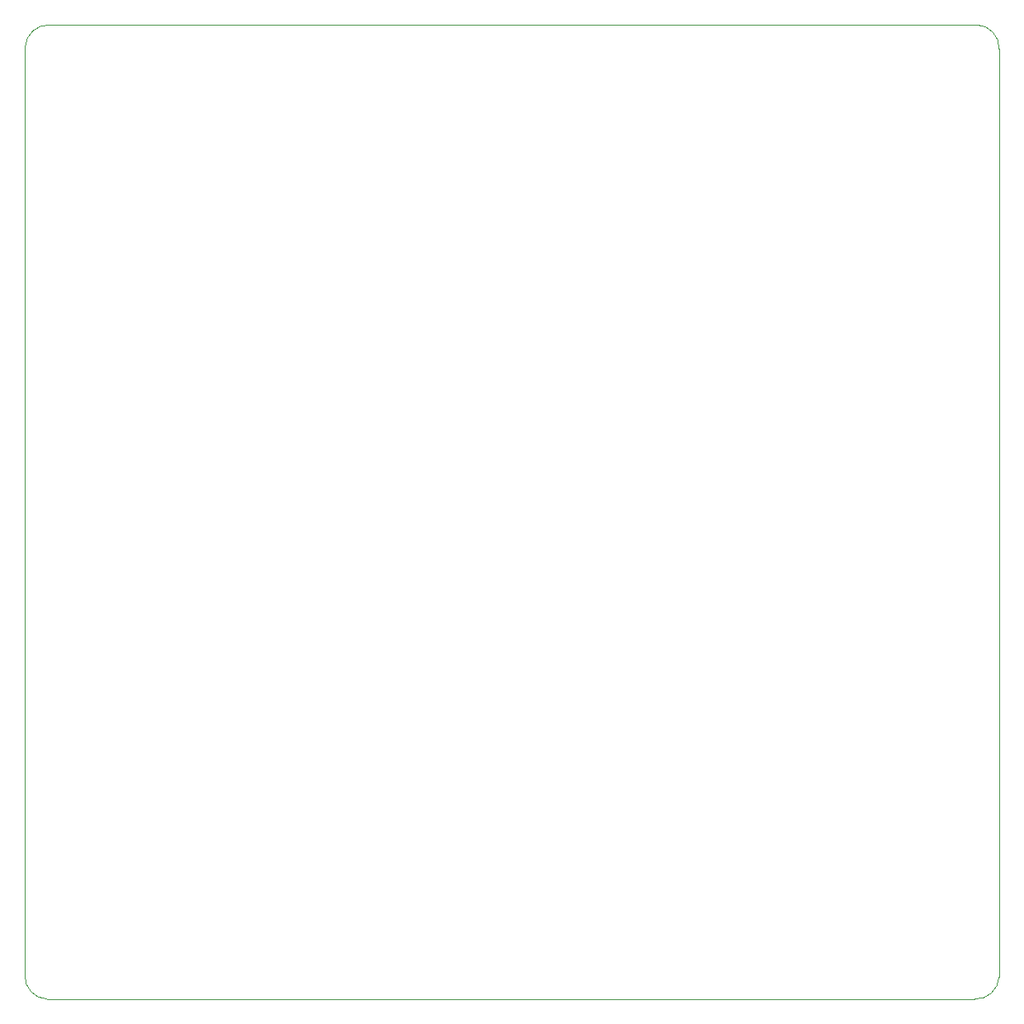
<source format=gm1>
%TF.GenerationSoftware,KiCad,Pcbnew,8.0.2-8.0.2-0~ubuntu24.04.1*%
%TF.CreationDate,2024-05-08T13:27:02+02:00*%
%TF.ProjectId,astrobox_power,61737472-6f62-46f7-985f-706f7765722e,3*%
%TF.SameCoordinates,Original*%
%TF.FileFunction,Profile,NP*%
%FSLAX46Y46*%
G04 Gerber Fmt 4.6, Leading zero omitted, Abs format (unit mm)*
G04 Created by KiCad (PCBNEW 8.0.2-8.0.2-0~ubuntu24.04.1) date 2024-05-08 13:27:02*
%MOMM*%
%LPD*%
G01*
G04 APERTURE LIST*
%TA.AperFunction,Profile*%
%ADD10C,0.100000*%
%TD*%
G04 APERTURE END LIST*
D10*
X168325800Y-43713400D02*
X168314502Y-138923446D01*
X70866000Y-41249600D02*
X166050646Y-41235498D01*
X68362013Y-138726449D02*
X68388098Y-43524754D01*
X165836600Y-141198600D02*
X70637167Y-141204351D01*
X166050646Y-41235498D02*
G75*
G02*
X168325800Y-43713400I-101374J-2376528D01*
G01*
X68388098Y-43524754D02*
G75*
G02*
X70866000Y-41249600I2376528J-101374D01*
G01*
X70637167Y-141204351D02*
G75*
G02*
X68362013Y-138726449I101374J2376528D01*
G01*
X168314502Y-138923446D02*
G75*
G02*
X165836600Y-141198600I-2376528J101374D01*
G01*
M02*

</source>
